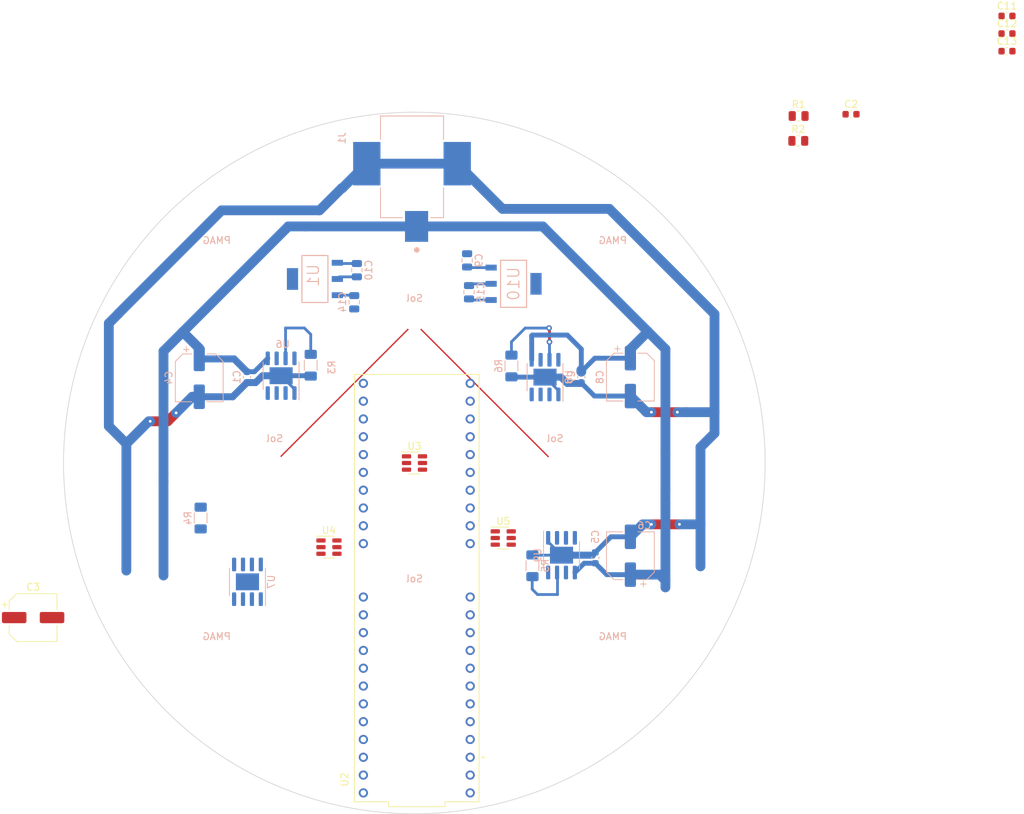
<source format=kicad_pcb>
(kicad_pcb (version 20221018) (generator pcbnew)
  (layers (0 "F.Cu" signal) (31 "B.Cu" signal) (34 "B.Paste" user) (35 "F.Paste" user) (36 "B.SilkS" user "B.Silkscreen") (37 "F.SilkS" user "F.Silkscreen") (38 "B.Mask" user) (39 "F.Mask" user) (44 "Edge.Cuts" user))
  (net 0 "")
  (net 1 "GND")
  (net 2 "Net-(U2-6_OUT1D)")
  (net 3 "Net-(U2-7_RX2_OUT1A)")
  (net 4 "+3.3V")
  (net 5 "+12V")
  (net 6 "Net-(U6-LSS)")
  (net 7 "Net-(U2-8_TX2_IN1)")
  (net 8 "Net-(U2-9_OUT1C)")
  (net 9 "Net-(U7-LSS)")
  (net 10 "Net-(U2-2_OUT2)")
  (net 11 "Net-(U2-3_LRCLK2)")
  (net 12 "Net-(U8-LSS)")
  (net 13 "Net-(U2-4_BCLK2)")
  (net 14 "Net-(U2-5_IN2)")
  (net 15 "Net-(U9-LSS)")
  (net 16 "/5V")
  (net 17 "/I2C")
  (net 50 "Net-(U2-19_A5_SCL)")
  (footprint "Resistor_SMD:R_0805_2012Metric" (layer "F.Cu") (at 201 49.75)
    (fp_text reference "R1" (at 0 -1.65) (layer "F.SilkS"))
    (fp_text value "1200")
    (pad "1" smd roundrect (at -0.9125 0) (size 1.025 1.4) (layers "F.Cu" "F.Paste" "F.Mask") (roundrect_rratio 0.243902) (net 4 "+3.3V"))
    (pad "2" smd roundrect (at 0.9125 0) (size 1.025 1.4) (layers "F.Cu" "F.Paste" "F.Mask") (roundrect_rratio 0.243902))
  )
  (footprint "Capacitor_SMD:C_0603_1608Metric" (layer "F.Cu") (at 230.725 37.99)
    (fp_text reference "C12" (at 0 -1.43) (layer "F.SilkS"))
    (fp_text value "100nF")
    (pad "1" smd roundrect (at -0.775 0) (size 0.9 0.95) (layers "F.Cu" "F.Paste" "F.Mask") (net 1 "GND"))
    (pad "2" smd roundrect (at 0.775 0) (size 0.9 0.95) (layers "F.Cu" "F.Paste" "F.Mask") (net 4 "+3.3V"))
  )
  (footprint "Capacitor_SMD:C_0603_1608Metric" (layer "F.Cu") (at 230.725 40.5)
    (fp_text reference "C13" (at 0 -1.43) (layer "F.SilkS"))
    (fp_text value "100nF")
    (pad "1" smd roundrect (at -0.775 0) (size 0.9 0.95) (layers "F.Cu" "F.Paste" "F.Mask") (net 1 "GND"))
    (pad "2" smd roundrect (at 0.775 0) (size 0.9 0.95) (layers "F.Cu" "F.Paste" "F.Mask") (net 4 "+3.3V"))
  )
  (footprint "Capacitor_SMD:CP_Elec_6.3x7.7" (layer "F.Cu") (at 91.8 121.3)
    (fp_text reference "C3" (at 0 -4.35) (layer "F.SilkS"))
    (fp_text value "100uF")
    (pad "1" smd roundrect (at -2.7 0) (size 3.5 1.6) (layers "F.Cu" "F.Paste" "F.Mask") (roundrect_rratio 0.15625) (net 5 "+12V"))
    (pad "2" smd roundrect (at 2.7 0) (size 3.5 1.6) (layers "F.Cu" "F.Paste" "F.Mask") (roundrect_rratio 0.15625) (net 1 "GND"))
  )
  (footprint "Package_TO_SOT_SMD:SOT-23-6" (layer "F.Cu") (at 134 111.25)
    (fp_text reference "U4" (at 0 -2.4) (layer "F.SilkS"))
    (fp_text value "TLE493D")
    (pad "1" smd roundrect (at -1.1375 -0.95) (size 1.325 0.6) (layers "F.Cu" "F.Paste" "F.Mask") (net 50 "Net-(U2-19_A5_SCL)"))
    (pad "2" smd roundrect (at -1.1375 0) (size 1.325 0.6) (layers "F.Cu" "F.Paste" "F.Mask") (net 1 "GND"))
    (pad "3" smd roundrect (at -1.1375 0.95) (size 1.325 0.6) (layers "F.Cu" "F.Paste" "F.Mask") (net 1 "GND"))
    (pad "4" smd roundrect (at 1.1375 0.95) (size 1.325 0.6) (layers "F.Cu" "F.Paste" "F.Mask") (net 4 "+3.3V"))
    (pad "5" smd roundrect (at 1.1375 0) (size 1.325 0.6) (layers "F.Cu" "F.Paste" "F.Mask") (net 1 "GND"))
    (pad "6" smd roundrect (at 1.1375 -0.95) (size 1.325 0.6) (layers "F.Cu" "F.Paste" "F.Mask") (net 17 "/I2C"))
  )
  (footprint "Package_TO_SOT_SMD:SOT-23-6" (layer "F.Cu") (at 158.8625 109.95)
    (fp_text reference "U5" (at 0 -2.4) (layer "F.SilkS"))
    (fp_text value "TLE493D")
    (pad "1" smd roundrect (at -1.1375 -0.95) (size 1.325 0.6) (layers "F.Cu" "F.Paste" "F.Mask") (net 50 "Net-(U2-19_A5_SCL)"))
    (pad "2" smd roundrect (at -1.1375 0) (size 1.325 0.6) (layers "F.Cu" "F.Paste" "F.Mask") (net 1 "GND"))
    (pad "3" smd roundrect (at -1.1375 0.95) (size 1.325 0.6) (layers "F.Cu" "F.Paste" "F.Mask") (net 1 "GND"))
    (pad "4" smd roundrect (at 1.1375 0.95) (size 1.325 0.6) (layers "F.Cu" "F.Paste" "F.Mask") (net 4 "+3.3V"))
    (pad "5" smd roundrect (at 1.1375 0) (size 1.325 0.6) (layers "F.Cu" "F.Paste" "F.Mask") (net 1 "GND"))
    (pad "6" smd roundrect (at 1.1375 -0.95) (size 1.325 0.6) (layers "F.Cu" "F.Paste" "F.Mask") (net 17 "/I2C"))
  )
  (footprint "Resistor_SMD:R_0805_2012Metric" (layer "F.Cu") (at 200.9541 53.296)
    (fp_text reference "R2" (at 0 -1.65) (layer "F.SilkS"))
    (fp_text value "1200")
    (pad "1" smd roundrect (at -0.9125 0) (size 1.025 1.4) (layers "F.Cu" "F.Paste" "F.Mask") (roundrect_rratio 0.243902))
    (pad "2" smd roundrect (at 0.9125 0) (size 1.025 1.4) (layers "F.Cu" "F.Paste" "F.Mask") (roundrect_rratio 0.243902) (net 4 "+3.3V"))
  )
  (footprint "Teensy 4.1:teensy 4.1" (layer "F.Cu") (at 146.529481 117.099185 90)
    (fp_text reference "U2" (at -27.305 -10.295 90) (layer "F.SilkS"))
    (fp_text value "Teensy4.1")
    (pad "0" thru_hole circle (at -26.67 7.62 90) (size 1.308 1.308) (drill 0.8) (layers "*.Cu" "*.Mask"))
    (pad "1" thru_hole circle (at -24.13 7.62 90) (size 1.308 1.308) (drill 0.8) (layers "*.Cu" "*.Mask"))
    (pad "2" thru_hole circle (at -21.59 7.62 90) (size 1.308 1.308) (drill 0.8) (layers "*.Cu" "*.Mask") (net 10 "Net-(U2-2_OUT2)"))
    (pad "3" thru_hole circle (at -19.05 7.62 90) (size 1.308 1.308) (drill 0.8) (layers "*.Cu" "*.Mask") (net 11 "Net-(U2-3_LRCLK2)"))
    (pad "3.3V_1" thru_hole circle (at 6.35 7.62 90) (size 1.308 1.308) (drill 0.8) (layers "*.Cu" "*.Mask"))
    (pad "3.3V_2" thru_hole circle (at -24.13 -7.62 90) (size 1.308 1.308) (drill 0.8) (layers "*.Cu" "*.Mask"))
    (pad "4" thru_hole circle (at -16.51 7.62 90) (size 1.308 1.308) (drill 0.8) (layers "*.Cu" "*.Mask") (net 13 "Net-(U2-4_BCLK2)"))
    (pad "5" thru_hole circle (at -13.97 7.62 90) (size 1.308 1.308) (drill 0.8) (layers "*.Cu" "*.Mask") (net 14 "Net-(U2-5_IN2)"))
    (pad "6" thru_hole circle (at -11.43 7.62 90) (size 1.308 1.308) (drill 0.8) (layers "*.Cu" "*.Mask") (net 2 "Net-(U2-6_OUT1D)"))
    (pad "7" thru_hole circle (at -8.89 7.62 90) (size 1.308 1.308) (drill 0.8) (layers "*.Cu" "*.Mask") (net 3 "Net-(U2-7_RX2_OUT1A)"))
    (pad "8" thru_hole circle (at -6.35 7.62 90) (size 1.308 1.308) (drill 0.8) (layers "*.Cu" "*.Mask") (net 7 "Net-(U2-8_TX2_IN1)"))
    (pad "9" thru_hole circle (at -3.81 7.62 90) (size 1.308 1.308) (drill 0.8) (layers "*.Cu" "*.Mask") (net 8 "Net-(U2-9_OUT1C)"))
    (pad "10" thru_hole circle (at -1.27 7.62 90) (size 1.308 1.308) (drill 0.8) (layers "*.Cu" "*.Mask"))
    (pad "15" thru_hole circle (at -1.27 -7.62 90) (size 1.308 1.308) (drill 0.8) (layers "*.Cu" "*.Mask"))
    (pad "16" thru_hole circle (at -3.81 -7.62 90) (size 1.308 1.308) (drill 0.8) (layers "*.Cu" "*.Mask"))
    (pad "17" thru_hole circle (at -6.35 -7.62 90) (size 1.308 1.308) (drill 0.8) (layers "*.Cu" "*.Mask"))
    (pad "18" thru_hole circle (at -8.89 -7.62 90) (size 1.308 1.308) (drill 0.8) (layers "*.Cu" "*.Mask") (net 17 "/I2C"))
    (pad "19" thru_hole circle (at -11.43 -7.62 90) (size 1.308 1.308) (drill 0.8) (layers "*.Cu" "*.Mask") (net 50 "Net-(U2-19_A5_SCL)"))
    (pad "20" thru_hole circle (at -13.97 -7.62 90) (size 1.308 1.308) (drill 0.8) (layers "*.Cu" "*.Mask"))
    (pad "21" thru_hole circle (at -16.51 -7.62 90) (size 1.308 1.308) (drill 0.8) (layers "*.Cu" "*.Mask"))
    (pad "22" thru_hole circle (at -19.05 -7.62 90) (size 1.308 1.308) (drill 0.8) (layers "*.Cu" "*.Mask"))
    (pad "23" thru_hole circle (at -21.59 -7.62 90) (size 1.308 1.308) (drill 0.8) (layers "*.Cu" "*.Mask"))
    (pad "24" thru_hole circle (at 8.89 7.62 90) (size 1.308 1.308) (drill 0.8) (layers "*.Cu" "*.Mask"))
    (pad "25" thru_hole circle (at 11.43 7.62 90) (size 1.308 1.308) (drill 0.8) (layers "*.Cu" "*.Mask"))
    (pad "26" thru_hole circle (at 13.97 7.62 90) (size 1.308 1.308) (drill 0.8) (layers "*.Cu" "*.Mask"))
    (pad "27" thru_hole circle (at 16.51 7.62 90) (size 1.308 1.308) (drill 0.8) (layers "*.Cu" "*.Mask"))
    (pad "28" thru_hole circle (at 19.05 7.62 90) (size 1.308 1.308) (drill 0.8) (layers "*.Cu" "*.Mask"))
    (pad "29" thru_hole circle (at 21.59 7.62 90) (size 1.308 1.308) (drill 0.8) (layers "*.Cu" "*.Mask"))
    (pad "30" thru_hole circle (at 24.13 7.62 90) (size 1.308 1.308) (drill 0.8) (layers "*.Cu" "*.Mask"))
    (pad "31" thru_hole circle (at 26.67 7.62 90) (size 1.308 1.308) (drill 0.8) (layers "*.Cu" "*.Mask"))
    (pad "32" thru_hole circle (at 29.21 7.62 90) (size 1.308 1.308) (drill 0.8) (layers "*.Cu" "*.Mask"))
    (pad "33" thru_hole circle (at 29.21 -7.62 90) (size 1.308 1.308) (drill 0.8) (layers "*.Cu" "*.Mask"))
    (pad "34" thru_hole circle (at 26.67 -7.62 90) (size 1.308 1.308) (drill 0.8) (layers "*.Cu" "*.Mask") (net 1 "GND"))
    (pad "35" thru_hole circle (at 24.13 -7.62 90) (size 1.308 1.308) (drill 0.8) (layers "*.Cu" "*.Mask"))
    (pad "36" thru_hole circle (at 21.59 -7.62 90) (size 1.308 1.308) (drill 0.8) (layers "*.Cu" "*.Mask"))
    (pad "37" thru_hole circle (at 19.05 -7.62 90) (size 1.308 1.308) (drill 0.8) (layers "*.Cu" "*.Mask"))
    (pad "38" thru_hole circle (at 16.51 -7.62 90) (size 1.308 1.308) (drill 0.8) (layers "*.Cu" "*.Mask"))
    (pad "39" thru_hole circle (at 13.97 -7.62 90) (size 1.308 1.308) (drill 0.8) (layers "*.Cu" "*.Mask"))
    (pad "40" thru_hole circle (at 11.43 -7.62 90) (size 1.308 1.308) (drill 0.8) (layers "*.Cu" "*.Mask"))
    (pad "41" thru_hole circle (at 8.89 -7.62 90) (size 1.308 1.308) (drill 0.8) (layers "*.Cu" "*.Mask"))
    (pad "GND1" thru_hole circle (at -29.21 7.62 90) (size 1.308 1.308) (drill 0.8) (layers "*.Cu" "*.Mask"))
    (pad "GND2" thru_hole circle (at 6.35 -7.62 90) (size 1.308 1.308) (drill 0.8) (layers "*.Cu" "*.Mask"))
    (pad "GND3" thru_hole circle (at -26.67 -7.62 90) (size 1.308 1.308) (drill 0.8) (layers "*.Cu" "*.Mask"))
    (pad "VIN" thru_hole circle (at -29.21 -7.62 90) (size 1.308 1.308) (drill 0.8) (layers "*.Cu" "*.Mask"))
  )
  (footprint "Package_TO_SOT_SMD:SOT-23-6" (layer "F.Cu") (at 146.20114 99.25)
    (fp_text reference "U3" (at 0 -2.4) (layer "F.SilkS"))
    (fp_text value "TLE493D")
    (pad "1" smd roundrect (at -1.1375 -0.95) (size 1.325 0.6) (layers "F.Cu" "F.Paste" "F.Mask") (net 50 "Net-(U2-19_A5_SCL)"))
    (pad "2" smd roundrect (at -1.1375 0) (size 1.325 0.6) (layers "F.Cu" "F.Paste" "F.Mask") (net 1 "GND"))
    (pad "3" smd roundrect (at -1.1375 0.95) (size 1.325 0.6) (layers "F.Cu" "F.Paste" "F.Mask") (net 1 "GND"))
    (pad "4" smd roundrect (at 1.1375 0.95) (size 1.325 0.6) (layers "F.Cu" "F.Paste" "F.Mask") (net 4 "+3.3V"))
    (pad "5" smd roundrect (at 1.1375 0) (size 1.325 0.6) (layers "F.Cu" "F.Paste" "F.Mask") (net 1 "GND"))
    (pad "6" smd roundrect (at 1.1375 -0.95) (size 1.325 0.6) (layers "F.Cu" "F.Paste" "F.Mask") (net 17 "/I2C"))
  )
  (footprint "Capacitor_SMD:C_0603_1608Metric" (layer "F.Cu") (at 230.725 35.48)
    (fp_text reference "C11" (at 0 -1.43) (layer "F.SilkS"))
    (fp_text value "100nF")
    (pad "1" smd roundrect (at -0.775 0) (size 0.9 0.95) (layers "F.Cu" "F.Paste" "F.Mask") (net 1 "GND"))
    (pad "2" smd roundrect (at 0.775 0) (size 0.9 0.95) (layers "F.Cu" "F.Paste" "F.Mask") (net 4 "+3.3V"))
  )
  (footprint "Capacitor_SMD:C_0603_1608Metric" (layer "F.Cu") (at 208.475 49.5)
    (fp_text reference "C2" (at 0 -1.43) (layer "F.SilkS"))
    (fp_text value "10nF")
    (pad "1" smd roundrect (at -0.775 0) (size 0.9 0.95) (layers "F.Cu" "F.Paste" "F.Mask") (net 5 "+12V"))
    (pad "2" smd roundrect (at 0.775 0) (size 0.9 0.95) (layers "F.Cu" "F.Paste" "F.Mask") (net 1 "GND"))
  )
  (footprint "Capacitor_SMD:C_0805_2012Metric" (layer "B.Cu") (at 153.708562 70.341263 90)
    (fp_text reference "C9" (at 0 1.68 90) (layer "B.SilkS") (effects (justify mirror)))
    (fp_text value "10uF")
    (pad "1" smd roundrect (at -0.95 0 90) (size 1 1.45) (layers "B.Cu" "B.Paste" "B.Mask") (net 5 "+12V"))
    (pad "2" smd roundrect (at 0.95 0 90) (size 1 1.45) (layers "B.Cu" "B.Paste" "B.Mask") (net 1 "GND"))
  )
  (footprint "Capacitor_SMD:CP_Elec_6.3x7.7" (layer "B.Cu") (at 177 112.475 90)
    (fp_text reference "C6" (at 4.3 2) (layer "B.SilkS") (effects (justify mirror)))
    (fp_text value "100uF")
    (pad "1" smd roundrect (at -2.7 0 90) (size 3.5 1.6) (layers "B.Cu" "B.Paste" "B.Mask") (roundrect_rratio 0.15625) (net 5 "+12V"))
    (pad "2" smd roundrect (at 2.7 0 90) (size 3.5 1.6) (layers "B.Cu" "B.Paste" "B.Mask") (roundrect_rratio 0.15625) (net 1 "GND"))
  )
  (footprint "Resistor_SMD:R_1206_3216Metric_Pad1.30x1.75mm_HandSolder" (layer "B.Cu") (at 160.032979 85.410686 -90)
    (fp_text reference "R6" (at 0 1.82 90) (layer "B.SilkS") (effects (justify mirror)))
    (fp_text value "0.3")
    (pad "1" smd roundrect (at -1.55 0 270) (size 1.3 1.75) (layers "B.Cu" "B.Paste" "B.Mask") (roundrect_rratio 0.192308) (net 12 "Net-(U8-LSS)"))
    (pad "2" smd roundrect (at 1.55 0 270) (size 1.3 1.75) (layers "B.Cu" "B.Paste" "B.Mask") (roundrect_rratio 0.192308) (net 1 "GND"))
  )
  (footprint "MountingHole:MountingHole_2.5mm" (layer "B.Cu") (at 174.5 71 180)
    (fp_text reference "PMAG" (at 0 3.5) (layer "B.SilkS") (effects (justify mirror)))
    (fp_text value "MountingHole_2.5mm")
    (pad "" np_thru_hole circle (at 0 0 180) (size 2.5 2.5) (drill 2.5) (layers "F&B.Cu" "*.Mask"))
  )
  (footprint "Capacitor_SMD:C_0805_2012Metric" (layer "B.Cu") (at 153.982885 74.889462 90)
    (fp_text reference "C15" (at 0 1.68 90) (layer "B.SilkS") (effects (justify mirror)))
    (fp_text value "10uF")
    (pad "1" smd roundrect (at -0.95 0 90) (size 1 1.45) (layers "B.Cu" "B.Paste" "B.Mask") (net 1 "GND"))
    (pad "2" smd roundrect (at 0.95 0 90) (size 1 1.45) (layers "B.Cu" "B.Paste" "B.Mask") (net 16 "/5V"))
  )
  (footprint "Package_SO:SOIC-8-1EP_3.9x4.9mm_P1.27mm_EP2.41x3.3mm" (layer "B.Cu") (at 127.175 86.8 90)
    (fp_text reference "U6" (at 4.5 0.225 180) (layer "B.SilkS") (effects (justify mirror)))
    (fp_text value "A4950E")
    (pad "1" smd roundrect (at -2.475 1.905 90) (size 1.95 0.6) (layers "B.Cu" "B.Paste" "B.Mask") (net 1 "GND"))
    (pad "2" smd roundrect (at -2.475 0.635 90) (size 1.95 0.6) (layers "B.Cu" "B.Paste" "B.Mask") (net 2 "Net-(U2-6_OUT1D)"))
    (pad "3" smd roundrect (at -2.475 -0.635 90) (size 1.95 0.6) (layers "B.Cu" "B.Paste" "B.Mask") (net 3 "Net-(U2-7_RX2_OUT1A)"))
    (pad "4" smd roundrect (at -2.475 -1.905 90) (size 1.95 0.6) (layers "B.Cu" "B.Paste" "B.Mask") (net 4 "+3.3V"))
    (pad "5" smd roundrect (at 2.475 -1.905 90) (size 1.95 0.6) (layers "B.Cu" "B.Paste" "B.Mask") (net 5 "+12V"))
    (pad "6" smd roundrect (at 2.475 -0.635 90) (size 1.95 0.6) (layers "B.Cu" "B.Paste" "B.Mask"))
    (pad "7" smd roundrect (at 2.475 0.635 90) (size 1.95 0.6) (layers "B.Cu" "B.Paste" "B.Mask") (net 6 "Net-(U6-LSS)"))
    (pad "8" smd roundrect (at 2.475 1.905 90) (size 1.95 0.6) (layers "B.Cu" "B.Paste" "B.Mask"))
    (pad "9" smd rect (at 0 0 90) (size 2.41 3.3) (layers "B.Cu" "B.Mask") (net 1 "GND"))
  )
  (footprint "Package_SO:SOIC-8-1EP_3.9x4.9mm_P1.27mm_EP2.41x3.3mm" (layer "B.Cu") (at 122.375 116.2 90)
    (fp_text reference "U7" (at 0 3.4 90) (layer "B.SilkS") (effects (justify mirror)))
    (fp_text value "A4950E")
    (pad "1" smd roundrect (at -2.475 1.905 90) (size 1.95 0.6) (layers "B.Cu" "B.Paste" "B.Mask") (net 1 "GND"))
    (pad "2" smd roundrect (at -2.475 0.635 90) (size 1.95 0.6) (layers "B.Cu" "B.Paste" "B.Mask") (net 7 "Net-(U2-8_TX2_IN1)"))
    (pad "3" smd roundrect (at -2.475 -0.635 90) (size 1.95 0.6) (layers "B.Cu" "B.Paste" "B.Mask") (net 8 "Net-(U2-9_OUT1C)"))
    (pad "4" smd roundrect (at -2.475 -1.905 90) (size 1.95 0.6) (layers "B.Cu" "B.Paste" "B.Mask") (net 4 "+3.3V"))
    (pad "5" smd roundrect (at 2.475 -1.905 90) (size 1.95 0.6) (layers "B.Cu" "B.Paste" "B.Mask") (net 5 "+12V"))
    (pad "6" smd roundrect (at 2.475 -0.635 90) (size 1.95 0.6) (layers "B.Cu" "B.Paste" "B.Mask"))
    (pad "7" smd roundrect (at 2.475 0.635 90) (size 1.95 0.6) (layers "B.Cu" "B.Paste" "B.Mask") (net 9 "Net-(U7-LSS)"))
    (pad "8" smd roundrect (at 2.475 1.905 90) (size 1.95 0.6) (layers "B.Cu" "B.Paste" "B.Mask"))
    (pad "9" smd rect (at 0 0 90) (size 2.41 3.3) (layers "B.Cu" "B.Mask") (net 1 "GND"))
  )
  (footprint "MountingHole:MountingHole_3.2mm_M3" (layer "B.Cu") (at 191.25 99.25 180)
    (fp_text reference "REF**" hide)
    (fp_text value "MountingHole_3.2mm_M3")
    (pad "" np_thru_hole circle (at 0 0 180) (size 3.2 3.2) (drill 3.2) (layers "F&B.Cu" "*.Mask"))
  )
  (footprint "MountingHole:MountingHole_3.2mm_M3" (layer "B.Cu") (at 129.077025 140.852859 180)
    (fp_text reference "REF**" hide)
    (fp_text value "MountingHole_3.2mm_M3")
    (pad "" np_thru_hole circle (at 0 0 180) (size 3.2 3.2) (drill 3.2) (layers "F&B.Cu" "*.Mask"))
  )
  (footprint "barrel jack:CUI_PJ-036AH-SMT-TR" (layer "B.Cu") (at 146.5 65.5 -90)
    (fp_text reference "J1" (at -12.5799 10.63609 90) (layer "B.SilkS") (effects (font (size 1.001984 1.001984)) (justify mirror)))
    (fp_text value "Barrel_Jack_Switch")
    (pad "" np_thru_hole circle (at -12.75 0.65 270) (size 2 2) (drill 2) (layers "*.Cu" "*.Mask"))
    (pad "1" smd rect (at 0 0 180) (size 3.3 4.4) (layers "B.Cu" "B.Paste" "B.Mask") (net 5 "+12V"))
    (pad "2" smd rect (at -8.95 7.1 90) (size 6.2 3.9) (layers "B.Cu" "B.Paste" "B.Mask") (net 1 "GND"))
    (pad "3" smd rect (at -8.95 -5.8 270) (size 6.2 3.9) (layers "B.Cu" "B.Paste" "B.Mask") (net 1 "GND"))
  )
  (footprint "Capacitor_SMD:CP_Elec_6.3x7.7" (layer "B.Cu") (at 177 87 -90)
    (fp_text reference "C8" (at 0 4.35 90) (layer "B.SilkS") (effects (justify mirror)))
    (fp_text value "100uF")
    (pad "1" smd roundrect (at -2.7 0 270) (size 3.5 1.6) (layers "B.Cu" "B.Paste" "B.Mask") (roundrect_rratio 0.15625) (net 5 "+12V"))
    (pad "2" smd roundrect (at 2.7 0 270) (size 3.5 1.6) (layers "B.Cu" "B.Paste" "B.Mask") (roundrect_rratio 0.15625) (net 1 "GND"))
  )
  (footprint "MountingHole:MountingHole_2.5mm" (layer "B.Cu") (at 118 127.5 180)
    (fp_text reference "PMAG" (at 0 3.5) (layer "B.SilkS") (effects (justify mirror)))
    (fp_text value "MountingHole_2.5mm")
    (pad "" np_thru_hole circle (at 0 0 180) (size 2.5 2.5) (drill 2.5) (layers "F&B.Cu" "*.Mask"))
  )
  (footprint "MountingHole:MountingHole_3.2mm_M3" (layer "B.Cu") (at 100.75 99.25 180)
    (fp_text reference "REF**" hide)
    (fp_text value "MountingHole_3.2mm_M3")
    (pad "" np_thru_hole circle (at 0 0 180) (size 3.2 3.2) (drill 3.2) (layers "F&B.Cu" "*.Mask"))
  )
  (footprint "MAGLEV:lm1117" (layer "B.Cu") (at 160.33639 73.6886)
    (fp_text reference "U10" (at 0 0 90) (layer "B.SilkS") (effects (font (size 1.64326 1.64326)) (justify mirror)))
    (fp_text value "LM1117DT-5.0")
    (pad "1" smd rect (at -3.2004 2.3114) (size 1.6002 0.8382) (layers "B.Cu" "B.Paste" "B.Mask") (net 1 "GND"))
    (pad "2" smd rect (at -3.2004 0) (size 1.6002 0.8382) (layers "B.Cu" "B.Paste" "B.Mask") (net 16 "/5V"))
    (pad "3" smd rect (at -3.2004 -2.3114) (size 1.6002 0.8382) (layers "B.Cu" "B.Paste" "B.Mask") (net 5 "+12V"))
    (pad "4" smd rect (at 3.2004 0) (size 1.6002 3.0988) (layers "B.Cu" "B.Paste" "B.Mask"))
  )
  (footprint "Capacitor_SMD:CP_Elec_6.3x7.7" (layer "B.Cu") (at 115.5 87.1 -90)
    (fp_text reference "C4" (at 0 4.35 90) (layer "B.SilkS") (effects (justify mirror)))
    (fp_text value "100uF")
    (pad "1" smd roundrect (at -2.7 0 270) (size 3.5 1.6) (layers "B.Cu" "B.Paste" "B.Mask") (roundrect_rratio 0.15625) (net 5 "+12V"))
    (pad "2" smd roundrect (at 2.7 0 270) (size 3.5 1.6) (layers "B.Cu" "B.Paste" "B.Mask") (roundrect_rratio 0.15625) (net 1 "GND"))
  )
  (footprint "MountingHole:MountingHole_2.5mm" (layer "B.Cu") (at 174.5 127.5 180)
    (fp_text reference "PMAG" (at 0 3.5) (layer "B.SilkS") (effects (justify mirror)))
    (fp_text value "MountingHole_2.5mm")
    (pad "" np_thru_hole circle (at 0 0 180) (size 2.5 2.5) (drill 2.5) (layers "F&B.Cu" "*.Mask"))
  )
  (footprint "MountingHole:MountingHole_3.2mm_M3" (layer "B.Cu") (at 129 57.5 180)
    (fp_text reference "PMAG" hide)
    (fp_text value "MountingHole_3.2mm_M3")
    (pad "" np_thru_hole circle (at 0 0 180) (size 3.2 3.2) (drill 3.2) (layers "F&B.Cu" "*.Mask"))
  )
  (footprint "Resistor_SMD:R_1206_3216Metric_Pad1.30x1.75mm_HandSolder" (layer "B.Cu") (at 115.7 107.1 -90)
    (fp_text reference "R4" (at 0 1.82 90) (layer "B.SilkS") (effects (justify mirror)))
    (fp_text value "0.3")
    (pad "1" smd roundrect (at -1.55 0 270) (size 1.3 1.75) (layers "B.Cu" "B.Paste" "B.Mask") (roundrect_rratio 0.192308) (net 9 "Net-(U7-LSS)"))
    (pad "2" smd roundrect (at 1.55 0 270) (size 1.3 1.75) (layers "B.Cu" "B.Paste" "B.Mask") (roundrect_rratio 0.192308) (net 1 "GND"))
  )
  (footprint "MountingHole:MountingHole_2.5mm" (layer "B.Cu") (at 118 71 180)
    (fp_text reference "PMAG" (at 0 3.5) (layer "B.SilkS") (effects (justify mirror)))
    (fp_text value "MountingHole_2.5mm")
    (pad "" np_thru_hole circle (at 0 0 180) (size 2.5 2.5) (drill 2.5) (layers "F&B.Cu" "*.Mask"))
  )
  (footprint "Capacitor_SMD:C_0805_2012Metric" (layer "B.Cu") (at 137.605702 76.319864 -90)
    (fp_text reference "C14" (at 0 1.68 90) (layer "B.SilkS") (effects (justify mirror)))
    (fp_text value "10uF")
    (pad "1" smd roundrect (at -0.95 0 270) (size 1 1.45) (layers "B.Cu" "B.Paste" "B.Mask") (net 5 "+12V"))
    (pad "2" smd roundrect (at 0.95 0 270) (size 1 1.45) (layers "B.Cu" "B.Paste" "B.Mask") (net 1 "GND"))
  )
  (footprint "MountingHole:MountingHole_2.5mm" (layer "B.Cu") (at 146.208951 79.245847 180)
    (fp_text reference "Sol" (at 0 3.5) (layer "B.SilkS") (effects (justify mirror)))
    (fp_text value "MountingHole_2.5mm")
    (pad "" np_thru_hole circle (at 0 0 180) (size 2.5 2.5) (drill 2.5) (layers "F&B.Cu" "*.Mask"))
  )
  (footprint "Package_SO:SOIC-8-1EP_3.9x4.9mm_P1.27mm_EP2.41x3.3mm" (layer "B.Cu") (at 167.175 112.4 -90)
    (fp_text reference "U9" (at 0 3.4 -270) (layer "B.SilkS") (effects (justify mirror)))
    (fp_text value "A4950E")
    (pad "1" smd roundrect (at -2.475 1.905 270) (size 1.95 0.6) (layers "B.Cu" "B.Paste" "B.Mask") (net 1 "GND"))
    (pad "2" smd roundrect (at -2.475 0.635 270) (size 1.95 0.6) (layers "B.Cu" "B.Paste" "B.Mask") (net 13 "Net-(U2-4_BCLK2)"))
    (pad "3" smd roundrect (at -2.475 -0.635 270) (size 1.95 0.6) (layers "B.Cu" "B.Paste" "B.Mask") (net 14 "Net-(U2-5_IN2)"))
    (pad "4" smd roundrect (at -2.475 -1.905 270) (size 1.95 0.6) (layers "B.Cu" "B.Paste" "B.Mask") (net 4 "+3.3V"))
    (pad "5" smd roundrect (at 2.475 -1.905 270) (size 1.95 0.6) (layers "B.Cu" "B.Paste" "B.Mask") (net 5 "+12V"))
    (pad "6" smd roundrect (at 2.475 -0.635 270) (size 1.95 0.6) (layers "B.Cu" "B.Paste" "B.Mask"))
    (pad "7" smd roundrect (at 2.475 0.635 270) (size 1.95 0.6) (layers "B.Cu" "B.Paste" "B.Mask") (net 15 "Net-(U9-LSS)"))
    (pad "8" smd roundrect (at 2.475 1.905 270) (size 1.95 0.6) (layers "B.Cu" "B.Paste" "B.Mask"))
    (pad "9" smd rect (at 0 0 270) (size 2.41 3.3) (layers "B.Cu" "B.Mask") (net 1 "GND"))
  )
  (footprint "MountingHole:MountingHole_3.2mm_M3" (layer "B.Cu") (at 163.412036 140.678157 180)
    (fp_text reference "REF**" hide)
    (fp_text value "MountingHole_3.2mm_M3")
    (pad "" np_thru_hole circle (at 0 0 180) (size 3.2 3.2) (drill 3.2) (layers "F&B.Cu" "*.Mask"))
  )
  (footprint "MountingHole:MountingHole_3.2mm_M3" (layer "B.Cu") (at 163.5 57.5 180)
    (fp_text reference "PMAG" hide)
    (fp_text value "MountingHole_3.2mm_M3")
    (pad "" np_thru_hole circle (at 0 0 180) (size 3.2 3.2) (drill 3.2) (layers "F&B.Cu" "*.Mask"))
  )
  (footprint "Capacitor_SMD:C_0603_1608Metric" (layer "B.Cu") (at 122.3 87 -90)
    (fp_text reference "C1" (at 0 1.43 -270) (layer "B.SilkS") (effects (justify mirror)))
    (fp_text value "10nF")
    (pad "1" smd roundrect (at -0.775 0 270) (size 0.9 0.95) (layers "B.Cu" "B.Paste" "B.Mask") (net 5 "+12V"))
    (pad "2" smd roundrect (at 0.775 0 270) (size 0.9 0.95) (layers "B.Cu" "B.Paste" "B.Mask") (net 1 "GND"))
  )
  (footprint "Resistor_SMD:R_1206_3216Metric_Pad1.30x1.75mm_HandSolder" (layer "B.Cu") (at 163.028034 113.908847 90)
    (fp_text reference "R5" (at 0 1.82 90) (layer "B.SilkS") (effects (justify mirror)))
    (fp_text value "0.3")
    (pad "1" smd roundrect (at -1.55 0 90) (size 1.3 1.75) (layers "B.Cu" "B.Paste" "B.Mask") (roundrect_rratio 0.192308) (net 15 "Net-(U9-LSS)"))
    (pad "2" smd roundrect (at 1.55 0 90) (size 1.3 1.75) (layers "B.Cu" "B.Paste" "B.Mask") (roundrect_rratio 0.192308) (net 1 "GND"))
  )
  (footprint "MAGLEV:lm1117" (layer "B.Cu") (at 132 73 180)
    (fp_text reference "U1" (at 0.25 0.5 90) (layer "B.SilkS") (effects (font (size 1.64326 1.64326)) (justify mirror)))
    (fp_text value "LM1117-3.3")
    (pad "1" smd rect (at -3.2004 2.3114 180) (size 1.6002 0.8382) (layers "B.Cu" "B.Paste" "B.Mask") (net 1 "GND"))
    (pad "2" smd rect (at -3.2004 0 180) (size 1.6002 0.8382) (layers "B.Cu" "B.Paste" "B.Mask") (net 4 "+3.3V"))
    (pad "3" smd rect (at -3.2004 -2.3114 180) (size 1.6002 0.8382) (layers "B.Cu" "B.Paste" "B.Mask") (net 5 "+12V"))
    (pad "4" smd rect (at 3.2004 0 180) (size 1.6002 3.0988) (layers "B.Cu" "B.Paste" "B.Mask"))
  )
  (footprint "MountingHole:MountingHole_2.5mm" (layer "B.Cu") (at 126.25 99.25 180)
    (fp_text reference "Sol" (at 0 3.5) (layer "B.SilkS") (effects (justify mirror)))
    (fp_text value "MountingHole_2.5mm")
    (pad "" np_thru_hole circle (at 0 0 180) (size 2.5 2.5) (drill 2.5) (layers "F&B.Cu" "*.Mask"))
  )
  (footprint "MountingHole:MountingHole_2.5mm" (layer "B.Cu") (at 146.198475 119.26189 180)
    (fp_text reference "Sol" (at 0 3.5) (layer "B.SilkS") (effects (justify mirror)))
    (fp_text value "MountingHole_2.5mm")
    (pad "" np_thru_hole circle (at 0 0 180) (size 2.5 2.5) (drill 2.5) (layers "F&B.Cu" "*.Mask"))
  )
  (footprint "Package_SO:SOIC-8-1EP_3.9x4.9mm_P1.27mm_EP2.41x3.3mm" (layer "B.Cu") (at 164.825 87 90)
    (fp_text reference "U8" (at 0 3.4 90) (layer "B.SilkS") (effects (justify mirror)))
    (fp_text value "A4950E")
    (pad "1" smd roundrect (at -2.475 1.905 90) (size 1.95 0.6) (layers "B.Cu" "B.Paste" "B.Mask") (net 1 "GND"))
    (pad "2" smd roundrect (at -2.475 0.635 90) (size 1.95 0.6) (layers "B.Cu" "B.Paste" "B.Mask") (net 10 "Net-(U2-2_OUT2)"))
    (pad "3" smd roundrect (at -2.475 -0.635 90) (size 1.95 0.6) (layers "B.Cu" "B.Paste" "B.Mask") (net 11 "Net-(U2-3_LRCLK2)"))
    (pad "4" smd roundrect (at -2.475 -1.905 90) (size 1.95 0.6) (layers "B.Cu" "B.Paste" "B.Mask") (net 4 "+3.3V"))
    (pad "5" smd roundrect (at 2.475 -1.905 90) (size 1.95 0.6) (layers "B.Cu" "B.Paste" "B.Mask") (net 5 "+12V"))
    (pad "6" smd roundrect (at 2.475 -0.635 90) (size 1.95 0.6) (layers "B.Cu" "B.Paste" "B.Mask"))
    (pad "7" smd roundrect (at 2.475 0.635 90) (size 1.95 0.6) (layers "B.Cu" "B.Paste" "B.Mask") (net 12 "Net-(U8-LSS)"))
    (pad "8" smd roundrect (at 2.475 1.905 90) (size 1.95 0.6) (layers "B.Cu" "B.Paste" "B.Mask"))
    (pad "9" smd rect (at 0 0 90) (size 2.41 3.3) (layers "B.Cu" "B.Mask") (net 1 "GND"))
  )
  (footprint "Capacitor_SMD:C_0805_2012Metric" (layer "B.Cu") (at 137.982856 71.742588 90)
    (fp_text reference "C10" (at 0 1.68 90) (layer "B.SilkS") (effects (justify mirror)))
    (fp_text value "10uF")
    (pad "1" smd roundrect (at -0.95 0 90) (size 1 1.45) (layers "B.Cu" "B.Paste" "B.Mask") (net 4 "+3.3V"))
    (pad "2" smd roundrect (at 0.95 0 90) (size 1 1.45) (layers "B.Cu" "B.Paste" "B.Mask") (net 1 "GND"))
  )
  (footprint "MountingHole:MountingHole_2.5mm" (layer "B.Cu") (at 166.25 99.25 180)
    (fp_text reference "Sol" (at 0 3.5) (layer "B.SilkS") (effects (justify mirror)))
    (fp_text value "MountingHole_2.5mm")
    (pad "" np_thru_hole circle (at 0 0 180) (size 2.5 2.5) (drill 2.5) (layers "F&B.Cu" "*.Mask"))
  )
  (footprint "Resistor_SMD:R_1206_3216Metric_Pad1.30x1.75mm_HandSolder" (layer "B.Cu") (at 131.4 85.3 -90)
    (fp_text reference "R3" (at 0.3 -3 90) (layer "B.SilkS") (effects (justify mirror)))
    (fp_text value "0.3")
    (pad "1" smd roundrect (at -1.55 0 270) (size 1.3 1.75) (layers "B.Cu" "B.Paste" "B.Mask") (roundrect_rratio 0.192308) (net 6 "Net-(U6-LSS)"))
    (pad "2" smd roundrect (at 1.55 0 270) (size 1.3 1.75) (layers "B.Cu" "B.Paste" "B.Mask") (roundrect_rratio 0.192308) (net 1 "GND"))
  )
  (footprint "Capacitor_SMD:C_0603_1608Metric" (layer "B.Cu") (at 172 112.775 90)
    (fp_text reference "C5" (at 3 0 90) (layer "B.SilkS") (effects (justify mirror)))
    (fp_text value "10nF")
    (pad "1" smd roundrect (at -0.775 0 90) (size 0.9 0.95) (layers "B.Cu" "B.Paste" "B.Mask") (net 5 "+12V"))
    (pad "2" smd roundrect (at 0.775 0 90) (size 0.9 0.95) (layers "B.Cu" "B.Paste" "B.Mask") (net 1 "GND"))
  )
  (footprint "Capacitor_SMD:C_0603_1608Metric" (layer "B.Cu") (at 170 87 -90)
    (fp_text reference "C7" (at 0 1.43 -270) (layer "B.SilkS") (effects (justify mirror)))
    (fp_text value "10nF")
    (pad "1" smd roundrect (at -0.775 0 270) (size 0.9 0.95) (layers "B.Cu" "B.Paste" "B.Mask") (net 5 "+12V"))
    (pad "2" smd roundrect (at 0.775 0 270) (size 0.9 0.95) (layers "B.Cu" "B.Paste" "B.Mask") (net 1 "GND"))
  )
  (gr_line (start 166.194188 99.25) (end 146.20114 79.256952) (stroke (width 0.2)) (layer "F.Cu"))
  (gr_line (start 146.20114 79.256952) (end 126.208092 99.25) (stroke (width 0.2)) (layer "F.Cu"))
  (gr_circle (center 146.1825 99.25) (end 184.153763 131.847103) (stroke (width 0.1)) (fill none) (layer "Edge.Cuts"))
  (segment (start 112.2 92.1) (end 111 93.3) (width 1.4) (layer "F.Cu") (net 1))
  (segment (start 183.7 92) (end 180 92) (width 1.4) (layer "F.Cu") (net 1))
  (segment (start 111 93.3) (end 108.5 93.3) (width 1.4) (layer "F.Cu") (net 1))
  (segment (start 180 108) (end 184 108) (width 1.4) (layer "F.Cu") (net 1))
  (via (at 108.5 93.3) (size 0.8) (drill 0.4) (layers "F.Cu" "B.Cu") (net 1))
  (via (at 180 92) (size 0.8) (drill 0.4) (layers "F.Cu" "B.Cu") (net 1))
  (via (at 180 108) (size 0.8) (drill 0.4) (layers "F.Cu" "B.Cu") (net 1))
  (via (at 184 108) (size 0.8) (drill 0.4) (layers "F.Cu" "B.Cu") (net 1))
  (via (at 183.7 92) (size 0.8) (drill 0.4) (layers "F.Cu" "B.Cu") (net 1))
  (via (at 112.2 92.1) (size 0.8) (drill 0.4) (layers "F.Cu" "B.Cu") (net 1))
  (segment (start 187 114) (end 187 108) (width 1.4) (layer "B.Cu") (net 1))
  (segment (start 137.982856 70.792588) (end 135.304388 70.792588) (width 0.4) (layer "B.Cu") (net 1))
  (segment (start 123.55 87.775) (end 124.525 86.8) (width 1) (layer "B.Cu") (net 1))
  (segment (start 129.08 89.275) (end 129.08 88.705) (width 0.4) (layer "B.Cu") (net 1))
  (segment (start 168 87.9) (end 169.875 87.9) (width 1) (layer "B.Cu") (net 1))
  (segment (start 102.6 79.329093) (end 103.955516 77.973577) (width 1.4) (layer "B.Cu") (net 1))
  (segment (start 122.3 87.775) (end 123.55 87.775) (width 1) (layer "B.Cu") (net 1))
  (segment (start 174 110) (end 172 112) (width 0.7) (layer "B.Cu") (net 1))
  (segment (start 135.9 60.05) (end 139.4 56.55) (width 1.4) (layer "B.Cu") (net 1))
  (segment (start 160.072293 87) (end 160.032979 86.960686) (width 0.7) (layer "B.Cu") (net 1))
  (segment (start 127.425 87.05) (end 127.175 86.8) (width 0.7) (layer "B.Cu") (net 1))
  (segment (start 135.304388 70.792588) (end 135.2004 70.6886) (width 0.4) (layer "B.Cu") (net 1))
  (segment (start 164.825 87) (end 167.1 87) (width 1) (layer "B.Cu") (net 1))
  (segment (start 115.5 89.8) (end 114.5 89.8) (width 1.4) (layer "B.Cu") (net 1))
  (segment (start 115.5 89.8) (end 120.275 89.8) (width 1) (layer "B.Cu") (net 1))
  (segment (start 131.35 86.8) (end 131.4 86.85) (width 0.7) (layer "B.Cu") (net 1))
  (segment (start 165.27 109.925) (end 165.27 110.495) (width 0.4) (layer "B.Cu") (net 1))
  (segment (start 189 92) (end 185 92) (width 1.4) (layer "B.Cu") (net 1))
  (segment (start 189 92) (end 189 95) (width 1.4) (layer "B.Cu") (net 1))
  (segment (start 163.069187 112.4) (end 167.175 112.4) (width 0.4) (layer "B.Cu") (net 1))
  (segment (start 118.694031 63.205969) (end 132.659764 63.205969) (width 1.4) (layer "B.Cu") (net 1))
  (segment (start 135.815733 60.05) (end 135.9 60.05) (width 1.4) (layer "B.Cu") (net 1))
  (segment (start 177 109.775) (end 174.225 109.775) (width 0.7) (layer "B.Cu") (net 1))
  (segment (start 180 92) (end 179.3 92) (width 1.4) (layer "B.Cu") (net 1))
  (segment (start 102.6 94) (end 102.6 79.329093) (width 1.4) (layer "B.Cu") (net 1))
  (segment (start 189 78) (end 189 92) (width 1.4) (layer "B.Cu") (net 1))
  (segment (start 139.4 56.55) (end 152.3 56.55) (width 1.4) (layer "B.Cu") (net 1))
  (segment (start 169.875 87.9) (end 170 87.775) (width 1) (layer "B.Cu") (net 1))
  (segment (start 103.955516 77.973577) (end 103.955516 77.944484) (width 1.4) (layer "B.Cu") (net 1))
  (segment (start 154.143423 76) (end 153.982885 75.839462) (width 0.4) (layer "B.Cu") (net 1))
  (segment (start 129.08 88.705) (end 127.175 86.8) (width 0.4) (layer "B.Cu") (net 1))
  (segment (start 167.175 112.4) (end 171.6 112.4) (width 1) (layer "B.Cu") (net 1))
  (segment (start 177 89.7) (end 177 90) (width 0.7) (layer "B.Cu") (net 1))
  (segment (start 103.955516 77.944484) (end 118.694031 63.205969) (width 1.4) (layer "B.Cu") (net 1))
  (segment (start 164.825 87) (end 160.072293 87) (width 0.7) (layer "B.Cu") (net 1))
  (segment (start 158.75 63) (end 174 63) (width 1.4) (layer "B.Cu") (net 1))
  (segment (start 165.27 110.495) (end 167.175 112.4) (width 0.4) (layer "B.Cu") (net 1))
  (segment (start 127.175 86.8) (end 131.35 86.8) (width 0.7) (layer "B.Cu") (net 1))
  (segment (start 167.1 87) (end 168 87.9) (width 1) (layer "B.Cu") (net 1))
  (segment (start 108.5 93.3) (end 108.3 93.3) (width 1.4) (layer "B.Cu") (net 1))
  (segment (start 167.175 112.4) (end 167.575 112) (width 1.4) (layer "B.Cu") (net 1))
  (segment (start 174.225 109.775) (end 174 110) (width 0.7) (layer "B.Cu") (net 1))
  (segment (start 185 92) (end 183.7 92) (width 1.4) (layer "B.Cu") (net 1))
  (segment (start 163.028034 112.358847) (end 163.069187 112.4) (width 0.4) (layer "B.Cu") (net 1))
  (segment (start 178.775 108) (end 177 109.775) (width 1.4) (layer "B.Cu") (net 1))
  (segment (start 157.13599 76) (end 154.143423 76) (width 0.4) (layer "B.Cu") (net 1))
  (segment (start 187 108) (end 187 97) (width 1.4) (layer "B.Cu") (net 1))
  (segment (start 108.3 93.3) (end 105.1 96.5) (width 1.4) (layer "B.Cu") (net 1))
  (segment (start 171.6 112.4) (end 172 112) (width 0.7) (layer "B.Cu") (net 1))
  (segment (start 132.659764 63.205969) (end 135.815733 60.05) (width 1.4) (layer "B.Cu") (net 1))
  (segment (start 180 108) (end 178.775 108) (width 1.4) (layer "B.Cu") (net 1))
  (segment (start 114.5 89.8) (end 112.2 92.1) (width 1.4) (layer "B.Cu") (net 1))
  (segment (start 105.1 96.5) (end 102.6 94) (width 1.4) (layer "B.Cu") (net 1))
  (segment (start 166.73 88.905) (end 166.73 89.475) (width 0.4) (layer "B.Cu") (net 1))
  (segment (start 184 108) (end 187 108) (width 1.4) (layer "B.Cu") (net 1))
  (segment (start 120.275 89.8) (end 122.3 87.775) (width 1) (layer "B.Cu") (net 1))
  (segment (start 115.5 89.8) (end 115.5 90.2) (width 1.4) (layer "B.Cu") (net 1))
  (segment (start 187 97) (end 189 95) (width 1.4) (layer "B.Cu") (net 1))
  (segment (start 177 89.7) (end 171.875 89.7) (width 0.7) (layer "B.Cu") (net 1))
  (segment (start 105.1 114.6) (end 105.1 96.5) (width 1.4) (layer "B.Cu") (net 1))
  (segment (start 171.875 89.7) (end 170 87.825) (width 0.7) (layer "B.Cu") (net 1))
  (segment (start 174 63) (end 189 78) (width 1.4) (layer "B.Cu") (net 1))
  (segment (start 179.3 92) (end 177 89.7) (width 1.4) (layer "B.Cu") (net 1))
  (segment (start 152.3 56.55) (end 158.75 63) (width 1.4) (layer "B.Cu") (net 1))
  (segment (start 164.825 87) (end 166.73 88.905) (width 0.4) (layer "B.Cu") (net 1))
  (segment (start 124.525 86.8) (end 127.175 86.8) (width 1) (layer "B.Cu") (net 1))
  (segment (start 137.982856 72.692588) (end 135.507812 72.692588) (width 0.4) (layer "B.Cu") (net 4))
  (segment (start 135.507812 72.692588) (end 135.2004 73) (width 0.4) (layer "B.Cu") (net 4))
  (segment (start 130.6 65.5) (end 128.2 65.5) (width 1.4) (layer "B.Cu") (net 5))
  (segment (start 171.925 84.3) (end 170 86.225) (width 0.7) (layer "B.Cu") (net 5))
  (segment (start 113.15 80.55) (end 110.4 83.3) (width 1.4) (layer "B.Cu") (net 5))
  (segment (start 115.5 84.4) (end 120.475 84.4) (width 1) (layer "B.Cu") (net 5))
  (segment (start 162.92 84.525) (end 162.92 81.08) (width 0.7) (layer "B.Cu") (net 5))
  (segment (start 115.5 84.4) (end 115.5 82.9) (width 1.4) (layer "B.Cu") (net 5))
  (segment (start 128.2 65.5) (end 113.15 80.55) (width 1.4) (layer "B.Cu") (net 5))
  (segment (start 137.547238 75.3114) (end 137.605702 75.369864) (width 0.4) (layer "B.Cu") (net 5))
  (segment (start 115.5 82.9) (end 113.15 80.55) (width 1.4) (layer "B.Cu") (net 5))
  (segment (start 123.37 86.225) (end 125.27 84.325) (width 0.7) (layer "B.Cu") (net 5))
  (segment (start 168 81) (end 163 81) (width 0.7) (layer "B.Cu") (net 5))
  (segment (start 162.92 81.08) (end 163 81) (width 0.7) (layer "B.Cu") (net 5))
  (segment (start 135.2004 75.3114) (end 137.547238 75.3114) (width 0.4) (layer "B.Cu") (net 5))
  (segment (start 182 103) (end 182 105) (width 1.4) (layer "B.Cu") (net 5))
  (segment (start 153.794499 71.3772) (end 153.708562 71.291263) (width 0.4) (layer "B.Cu") (net 5))
  (segment (start 170 86.225) (end 170 86) (width 1.4) (layer "B.Cu") (net 5))
  (segment (start 182 98) (end 182 103) (width 1.4) (layer "B.Cu") (net 5))
  (segment (start 146.5 65.5) (end 130.6 65.5) (width 1.4) (layer "B.Cu") (net 5))
  (segment (start 170.405 113.55) (end 169.08 114.875) (width 0.7) (layer "B.Cu") (net 5))
  (segment (start 164.5 65.5) (end 179.5 80.5) (width 1.4) (layer "B.Cu") (net 5))
  (segment (start 182 83) (end 182 98) (width 1.4) (layer "B.Cu") (net 5))
  (segment (start 110.4 101.9) (end 110.4 115.3) (width 1.4) (layer "B.Cu") (net 5))
  (segment (start 110.4 83.3) (end 110.4 100.780076) (width 1.4) (layer "B.Cu") (net 5))
  (segment (start 179.5 80.5) (end 182 83) (width 1.4) (layer "B.Cu") (net 5))
  (segment (start 172 113.55) (end 170.405 113.55) (width 0.7) (layer "B.Cu") (net 5))
  (segment (start 182 105) (end 182 116) (width 1.4) (layer "B.Cu") (net 5))
  (segment (start 177 83) (end 179.5 80.5) (width 1.4) (layer "B.Cu") (net 5))
  (segment (start 120.475 84.4) (end 122.3 86.225) (width 1) (layer "B.Cu") (net 5))
  (segment (start 146.5 65.5) (end 164.5 65.5) (width 1.4) (layer "B.Cu") (net 5))
  (segment (start 157.13599 71.3772) (end 153.794499 71.3772) (width 0.4) (layer "B.Cu") (net 5))
  (segment (start 173.625 115.175) (end 172 113.55) (width 0.7) (layer "B.Cu") (net 5))
  (segment (start 177 84.3) (end 171.925 84.3) (width 0.7) (layer "B.Cu") (net 5))
  (segment (start 170 83) (end 168 81) (width 0.7) (layer "B.Cu") (net 5))
  (segment (start 182 116) (end 182 117) (width 1.4) (layer "B.Cu") (net 5))
  (segment (start 177 84.3) (end 177 83) (width 1.4) (layer "B.Cu") (net 5))
  (segment (start 170 86.225) (end 170 83) (width 0.7) (layer "B.Cu") (net 5))
  (segment (start 181.175 115.175) (end 182 116) (width 1.4) (layer "B.Cu") (net 5))
  (segment (start 177 115.175) (end 173.625 115.175) (width 0.7) (layer "B.Cu") (net 5))
  (segment (start 177 115.175) (end 181.175 115.175) (width 1.4) (layer "B.Cu") (net 5))
  (segment (start 110.4 100.780076) (end 110.4 101.9) (width 1.4) (layer "B.Cu") (net 5))
  (segment (start 122.3 86.225) (end 123.37 86.225) (width 0.7) (layer "B.Cu") (net 5))
  (segment (start 131.4 80.9) (end 130.49 79.99) (width 0.4) (layer "B.Cu") (net 6))
  (segment (start 127.81 79.99) (end 127.81 84.325) (width 0.4) (layer "B.Cu") (net 6))
  (segment (start 130.49 79.99) (end 127.81 79.99) (width 0.4) (layer "B.Cu") (net 6))
  (segment (start 131.4 80.9) (end 131.4 83.75) (width 0.4) (layer "B.Cu") (net 6))
  (segment (start 165.457529 80.057529) (end 165.4 80) (width 0.4) (layer "F.Cu") (net 12))
  (segment (start 165.457529 81.983946) (end 165.457529 80.057529) (width 0.4) (layer "F.Cu") (net 12))
  (via (at 165.4 80) (size 0.8) (drill 0.4) (layers "F.Cu" "B.Cu") (net 12))
  (via (at 165.457529 81.983946) (size 0.8) (drill 0.4) (layers "F.Cu" "B.Cu") (net 12))
  (segment (start 165.46 84.525) (end 165.46 81.986417) (width 0.4) (layer "B.Cu") (net 12))
  (segment (start 160.032979 83.860686) (end 160.032979 81.967021) (width 0.4) (layer "B.Cu") (net 12))
  (segment (start 160.032979 81.967021) (end 162 80) (width 0.4) (layer "B.Cu") (net 12))
  (segment (start 165.46 81.986417) (end 165.457529 81.983946) (width 0.4) (layer "B.Cu") (net 12))
  (segment (start 165.4 80) (end 162 80) (width 0.4) (layer "B.Cu") (net 12))
  (segment (start 166.54 114.875) (end 166.603989 114.938989) (width 0.4) (layer "B.Cu") (net 15))
  (segment (start 163 115.486881) (end 163.028034 115.458847) (width 0.4) (layer "B.Cu") (net 15))
  (segment (start 166.603989 114.938989) (end 166.603989 118.011381) (width 0.4) (layer "B.Cu") (net 15))
  (segment (start 163 117.260932) (end 163 115.486881) (width 0.4) (layer "B.Cu") (net 15))
  (segment (start 166.603989 118.011381) (end 163.750449 118.011381) (width 0.4) (layer "B.Cu") (net 15))
  (segment (start 163.750449 118.011381) (end 163 117.260932) (width 0.4) (layer "B.Cu") (net 15))
  (segment (start 154.233747 73.6886) (end 153.982885 73.939462) (width 0.4) (layer "B.Cu") (net 16))
  (segment (start 157.13599 73.6886) (end 154.233747 73.6886) (width 0.4) (layer "B.Cu") (net 16))
)
</source>
